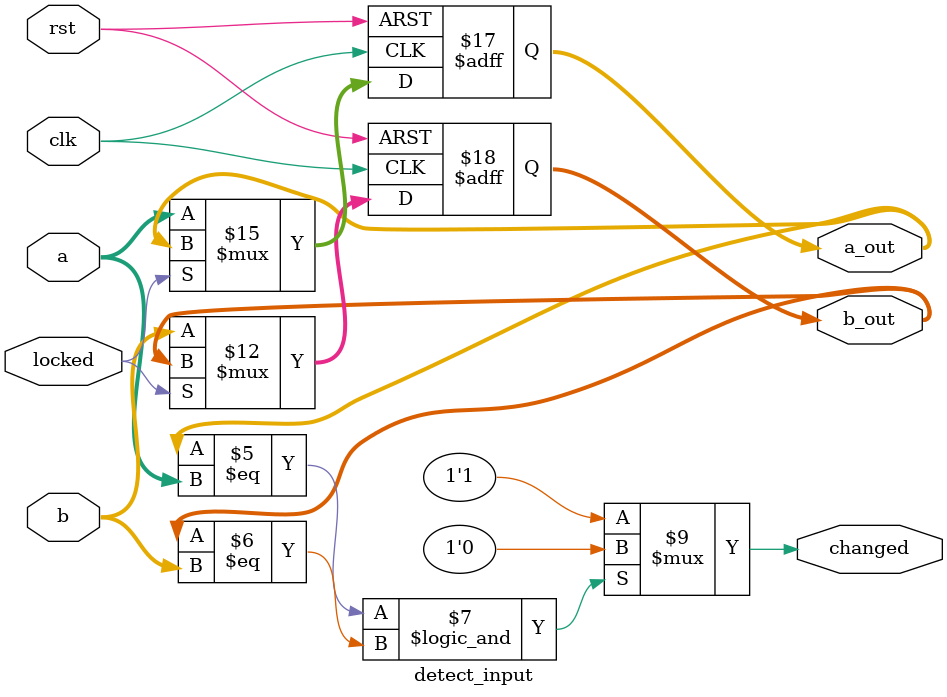
<source format=v>
`timescale 10ns/10ps

module detect_input(
	input 		 clk,rst,locked,
	input 	   [7:0] a,b,
	output reg [7:0] a_out,b_out,
	output reg 	 changed
);

	always@(posedge clk or negedge rst)begin
		if(!rst) begin a_out <= 8'b0;
			       b_out <= 8'b0;
			 end
		else if(locked == 1'b1)
			begin
				a_out<=a_out;
				b_out<=b_out;
			end
		else  	begin 
			       a_out<=a;
			       b_out<=b;
		end
	end


	always@(*)begin
		if(a_out == a && b_out == b)begin 
			changed = 1'b0;
		end 
		else begin
			changed = 1'b1;
		end
	end

endmodule 

</source>
